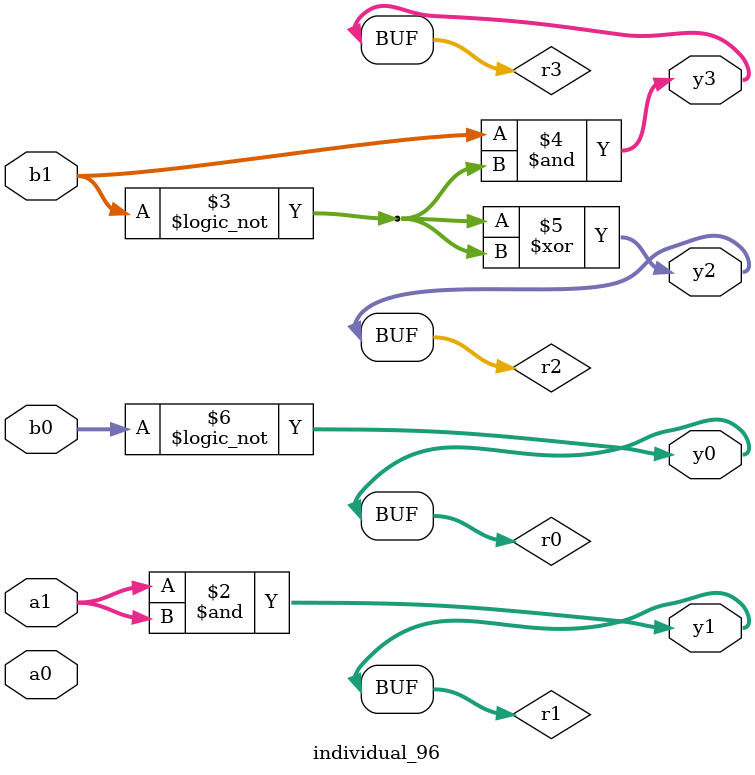
<source format=sv>
module individual_96(input logic [15:0] a1, input logic [15:0] a0, input logic [15:0] b1, input logic [15:0] b0, output logic [15:0] y3, output logic [15:0] y2, output logic [15:0] y1, output logic [15:0] y0);
logic [15:0] r0, r1, r2, r3; 
 always@(*) begin 
	 r0 = a0; r1 = a1; r2 = b0; r3 = b1; 
 	 r1  &=  r1 ;
 	 r2 = ! b1 ;
 	 r3  &=  r2 ;
 	 r2  ^=  r2 ;
 	 r0 = ! b0 ;
 	 y3 = r3; y2 = r2; y1 = r1; y0 = r0; 
end
endmodule
</source>
